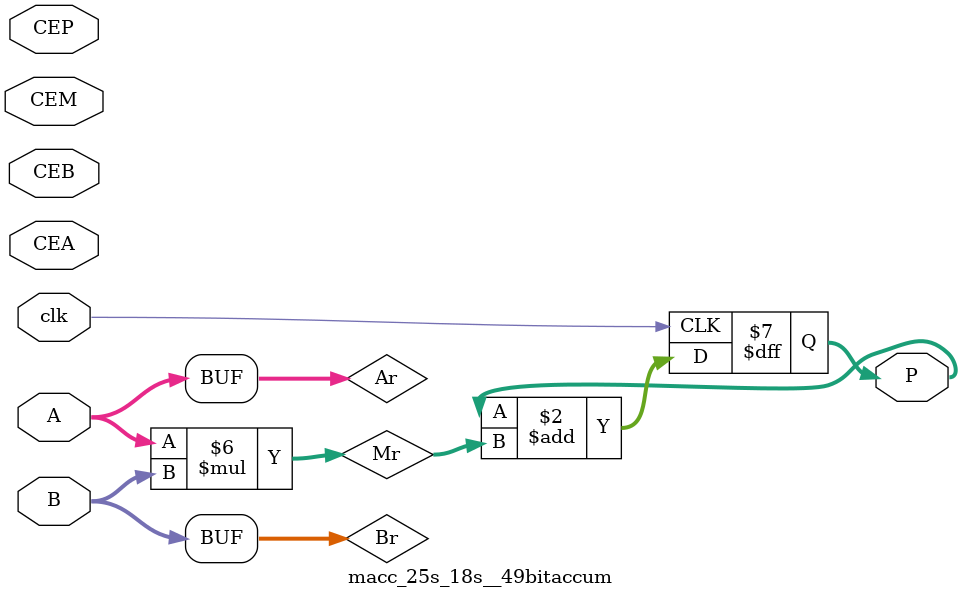
<source format=v>
(* top *)
module macc_25s_18s__49bitaccum #(parameter AW=25, BW=18, AREG=0, BREG=0, MREG=0) (input clk, CEA, CEB, CEM, CEP, input signed [AW-1:0] A, input signed [BW-1:0] B, output reg signed [49-1:0] P);
reg signed [AW-1:0] Ar;
reg signed [BW-1:0] Br;
reg signed [AW+BW-1:0] Mr;
generate
    if (AREG) begin
        always @(posedge clk) if (1) Ar <= A;
    end
    else
        always @* Ar <= A;
    if (BREG) begin
        always @(posedge clk) if (1) Br <= B;
    end
    else
        always @* Br <= B;
    if (MREG) begin
        always @(posedge clk) if (1) Mr <= Ar * Br;
    end
    else
        always @* Mr <= Ar * Br;
    always @(posedge clk) if (1) P <= P + Mr;
endgenerate
endmodule

`ifndef _AUTOTB
module __test ;
    wire [4095:0] assert_area = "cd macc_25s_18s__49bitaccum; select t:DSP48E1 -assert-count 1; select t:FD* -assert-count 49; select t:XORCY -assert-count 49; select t:LUT2 -assert-count 97";
endmodule
`endif


</source>
